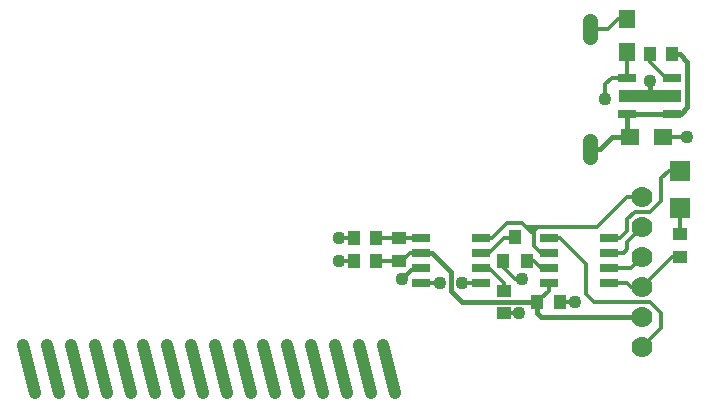
<source format=gbl>
G75*
G70*
%OFA0B0*%
%FSLAX24Y24*%
%IPPOS*%
%LPD*%
%AMOC8*
5,1,8,0,0,1.08239X$1,22.5*
%
%ADD10R,0.0600X0.0250*%
%ADD11R,0.0400X0.0500*%
%ADD12C,0.0400*%
%ADD13C,0.0400*%
%ADD14R,0.0500X0.0400*%
%ADD15R,0.0650X0.0650*%
%ADD16C,0.0700*%
%ADD17R,0.2100X0.0400*%
%ADD18R,0.0600X0.0280*%
%ADD19C,0.0515*%
%ADD20R,0.0550X0.0600*%
%ADD21R,0.0600X0.0550*%
%ADD22C,0.0120*%
%ADD23C,0.0436*%
%ADD24C,0.0150*%
D10*
X013976Y004226D03*
X013976Y004726D03*
X013976Y005226D03*
X013976Y005726D03*
X015976Y005726D03*
X015976Y005226D03*
X015976Y004726D03*
X015976Y004226D03*
X018226Y004226D03*
X018226Y004726D03*
X018226Y005226D03*
X018226Y005726D03*
X020226Y005726D03*
X020226Y005226D03*
X020226Y004726D03*
X020226Y004226D03*
D11*
X018601Y003601D03*
X017851Y003601D03*
X017501Y004951D03*
X016701Y004951D03*
X017101Y005751D03*
X012476Y005726D03*
X011726Y005726D03*
X011726Y004976D03*
X012476Y004976D03*
X021601Y011851D03*
X022351Y011851D03*
D12*
X001101Y000551D03*
X001901Y000551D03*
X002701Y000551D03*
X003501Y000551D03*
X004301Y000551D03*
X005101Y000551D03*
X005901Y000551D03*
X006701Y000551D03*
X007501Y000551D03*
X008301Y000551D03*
X009101Y000551D03*
X009901Y000551D03*
X010701Y000551D03*
X011501Y000551D03*
X012301Y000551D03*
X013101Y000551D03*
X012701Y002151D03*
X011901Y002151D03*
X011101Y002151D03*
X010301Y002151D03*
X009501Y002151D03*
X008701Y002151D03*
X007901Y002151D03*
X007101Y002151D03*
X006301Y002151D03*
X005501Y002151D03*
X004701Y002151D03*
X003901Y002151D03*
X003101Y002151D03*
X002301Y002151D03*
X001501Y002151D03*
X000701Y002151D03*
D13*
X001101Y000551D01*
X001901Y000551D02*
X001501Y002151D01*
X002301Y002151D02*
X002701Y000551D01*
X003501Y000551D02*
X003101Y002151D01*
X003901Y002151D02*
X004301Y000551D01*
X005101Y000551D02*
X004701Y002151D01*
X005501Y002151D02*
X005901Y000551D01*
X006701Y000551D02*
X006301Y002151D01*
X007101Y002151D02*
X007501Y000551D01*
X008301Y000551D02*
X007901Y002151D01*
X008701Y002151D02*
X009101Y000551D01*
X009901Y000551D02*
X009501Y002151D01*
X010301Y002151D02*
X010701Y000551D01*
X011501Y000551D02*
X011101Y002151D01*
X011901Y002151D02*
X012301Y000551D01*
X013101Y000551D02*
X012701Y002151D01*
D14*
X016726Y003226D03*
X016726Y003976D03*
X013226Y004976D03*
X013226Y005726D03*
X022601Y005851D03*
X022601Y005101D03*
D15*
X022601Y006726D03*
X022601Y007976D03*
D16*
X021351Y007101D03*
X021351Y006101D03*
X021351Y005101D03*
X021351Y004101D03*
X021351Y003101D03*
X021351Y002101D03*
D17*
X021601Y010476D03*
D18*
X022351Y009876D03*
X020851Y009876D03*
X020851Y011076D03*
X022351Y011076D03*
D19*
X019601Y012438D02*
X019601Y012953D01*
X019601Y008953D02*
X019601Y008438D01*
D20*
X020851Y011926D03*
X020851Y013026D03*
D21*
X020926Y009101D03*
X022026Y009101D03*
D22*
X022851Y009101D01*
X022626Y009876D02*
X022351Y009876D01*
X020926Y009101D02*
X020851Y009176D01*
X020101Y010351D02*
X020101Y010851D01*
X020326Y011076D01*
X020851Y011076D01*
X020851Y011926D01*
X021601Y011851D02*
X021601Y011601D01*
X022126Y011076D01*
X022351Y011076D01*
X020526Y013026D02*
X020196Y012696D01*
X019601Y012696D01*
X020526Y013026D02*
X020851Y013026D01*
X022226Y007976D02*
X022601Y007976D01*
X022226Y007976D02*
X021976Y007726D01*
X021976Y006976D01*
X021601Y006601D01*
X021101Y006601D01*
X020851Y006351D01*
X020851Y005976D01*
X020601Y005726D01*
X020226Y005726D01*
X019851Y006101D02*
X020851Y007101D01*
X021351Y007101D01*
X022601Y006726D02*
X022601Y005851D01*
X022601Y005101D02*
X022351Y005101D01*
X021351Y004101D01*
X020976Y004101D01*
X020851Y004226D01*
X020226Y004226D01*
X020226Y004726D02*
X020976Y004726D01*
X021351Y005101D01*
X020851Y005351D02*
X020851Y005601D01*
X021351Y006101D01*
X020851Y005351D02*
X020726Y005226D01*
X020226Y005226D01*
X019476Y004851D02*
X018601Y005726D01*
X018226Y005726D01*
X017726Y005851D02*
X017726Y005476D01*
X017976Y005226D01*
X018226Y005226D01*
X017751Y004951D02*
X017501Y004951D01*
X017751Y004951D02*
X017976Y004726D01*
X018226Y004726D01*
X018226Y004226D02*
X018226Y003976D01*
X017976Y003726D01*
X017851Y003601D01*
X017226Y003226D02*
X016726Y003226D01*
X016726Y003976D02*
X016726Y004226D01*
X016226Y004726D01*
X015976Y004726D01*
X015976Y005226D02*
X016226Y005226D01*
X016726Y005726D01*
X016976Y005726D01*
X017001Y005751D01*
X017101Y005751D01*
X017076Y005726D02*
X016976Y005726D01*
X017476Y006101D02*
X017726Y005851D01*
X017726Y005976D01*
X017851Y006101D01*
X019851Y006101D01*
X019476Y004851D02*
X019476Y003851D01*
X019726Y003601D01*
X021601Y003601D01*
X021976Y003226D01*
X021976Y002726D01*
X021351Y002101D01*
X019101Y003601D02*
X018601Y003601D01*
X017351Y004351D02*
X017101Y004351D01*
X016701Y004751D01*
X016701Y004951D01*
X016351Y005726D02*
X015976Y005726D01*
X016351Y005726D02*
X016851Y006226D01*
X017351Y006226D01*
X017476Y006101D01*
X017601Y006101D01*
X017726Y005976D01*
X017726Y006101D01*
X017851Y006101D01*
X017726Y006101D02*
X017601Y006101D01*
X015976Y004226D02*
X015351Y004226D01*
X014601Y004226D02*
X013976Y004226D01*
X013726Y004726D02*
X013351Y004351D01*
X013726Y004726D02*
X013976Y004726D01*
X013601Y005226D02*
X013351Y004976D01*
X013226Y004976D01*
X012476Y004976D01*
X011726Y004976D02*
X011226Y004976D01*
X011226Y005726D02*
X011726Y005726D01*
X012476Y005726D02*
X013101Y005726D01*
X013226Y005726D01*
X013976Y005726D01*
X013976Y005226D02*
X013601Y005226D01*
D23*
X013351Y004351D03*
X014601Y004226D03*
X015351Y004226D03*
X017226Y003226D03*
X017351Y004351D03*
X019101Y003601D03*
X011226Y004976D03*
X011226Y005726D03*
X020101Y010351D03*
X021601Y010976D03*
X022851Y009101D03*
D24*
X022626Y009876D02*
X022851Y010101D01*
X022851Y011601D01*
X022601Y011851D01*
X022351Y011851D01*
X021601Y010976D02*
X021601Y010476D01*
X020851Y009876D02*
X022351Y009876D01*
X020926Y009101D02*
X020351Y009101D01*
X019946Y008696D01*
X019601Y008696D01*
X020851Y009176D02*
X020851Y009876D01*
X014976Y004601D02*
X014351Y005226D01*
X013976Y005226D01*
X014976Y004601D02*
X014976Y003976D01*
X015351Y003601D01*
X017851Y003601D01*
X017851Y003226D01*
X017976Y003101D01*
X021351Y003101D01*
M02*

</source>
